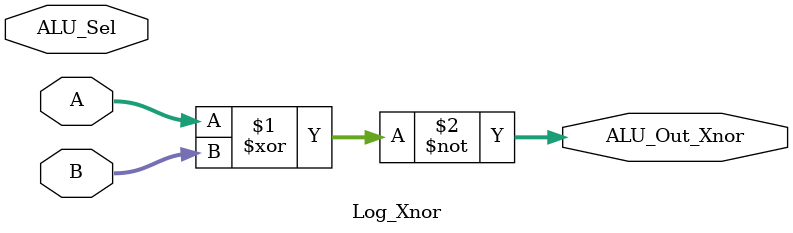
<source format=v>
module Log_Xnor(output [3:0] ALU_Out_Xnor,input [3:0] A, input [3:0] B,input [3:0] ALU_Sel);
assign ALU_Out_Xnor = ~(A ^ B);
endmodule

</source>
